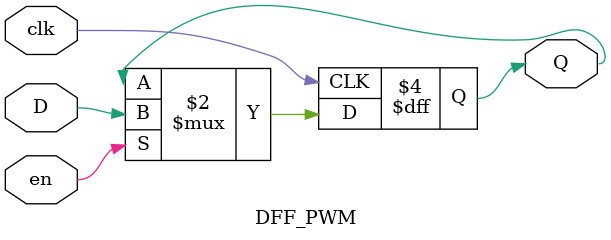
<source format=v>
module pwm_generator(
    input clk,           // 100MHz clock input
    input increase_duty, // input to increase 10% duty cycle
    input decrease_duty, // input to decrease 10% duty cycle
    output PWM_OUT
);

    localparam DEBOUNCE_COUNT = 25_000_000;

    wire slow_clk_enable;           // slow clock enable signal for debouncing FFs
    reg[27:0] counter_debounce=0;   // counter for creating slow clock enable signals
    wire tmp1,tmp2,duty_inc;        // temporary flip-flop signals for debouncing the increasing button
    wire tmp3,tmp4,duty_dec;        // temporary flip-flop signals for debouncing the decreasing button
    reg[3:0] counter_PWM=0;         // counter for creating 10Mhz PWM signal
    reg[3:0] DUTY_CYCLE=5;          // initial duty cycle is 50%

    always @(posedge clk) begin
        counter_debounce <= counter_debounce + 1;
        if(counter_debounce>=DEBOUNCE_COUNT) counter_debounce <= 0;
    end

    assign slow_clk_enable = counter_debounce == DEBOUNCE_COUNT ?1:0;

    // debouncing FFs for increasing button
    DFF_PWM PWM_DFF1(clk,slow_clk_enable,increase_duty,tmp1);
    DFF_PWM PWM_DFF2(clk,slow_clk_enable,tmp1, tmp2);
    assign duty_inc =  tmp1 & (~ tmp2) & slow_clk_enable;

    // debouncing FFs for decreasing button
    DFF_PWM PWM_DFF3(clk,slow_clk_enable,decrease_duty, tmp3);
    DFF_PWM PWM_DFF4(clk,slow_clk_enable,tmp3, tmp4);
    assign duty_dec =  tmp3 & (~ tmp4) & slow_clk_enable;

    // vary the duty cycle using the debounced buttons above
    always @(posedge clk) begin
        if (duty_inc==1 && DUTY_CYCLE <= 9)    DUTY_CYCLE <= DUTY_CYCLE + 1;
        else if (duty_dec==1 && DUTY_CYCLE>=1) DUTY_CYCLE <= DUTY_CYCLE - 1;
    end

    // Create 10MHz PWM signal with variable duty cycle controlled by 2 buttons
    always @(posedge clk) begin
        counter_PWM <= counter_PWM + 1;
        if (counter_PWM>=9) counter_PWM <= 0;
    end

    assign PWM_OUT = counter_PWM < DUTY_CYCLE ? 1 : 0;

endmodule

// Debouncing DFFs for push buttons on FPGA
module DFF_PWM(
    input clk,
    input en,
    input D,
    output reg Q
);
    always @(posedge clk) begin
        if (en) Q <= D;
    end
endmodule

</source>
